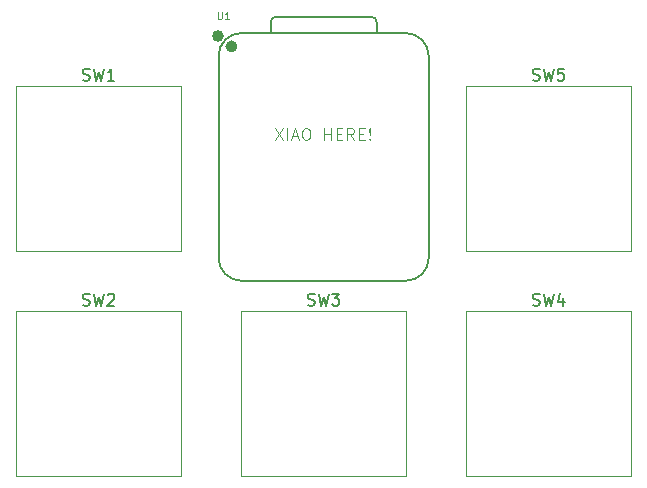
<source format=gbr>
%TF.GenerationSoftware,KiCad,Pcbnew,9.0.2-9.0.2-0~ubuntu24.04.1*%
%TF.CreationDate,2025-08-01T01:18:43+01:00*%
%TF.ProjectId,cadpadPCB,63616470-6164-4504-9342-2e6b69636164,rev?*%
%TF.SameCoordinates,Original*%
%TF.FileFunction,Legend,Top*%
%TF.FilePolarity,Positive*%
%FSLAX46Y46*%
G04 Gerber Fmt 4.6, Leading zero omitted, Abs format (unit mm)*
G04 Created by KiCad (PCBNEW 9.0.2-9.0.2-0~ubuntu24.04.1) date 2025-08-01 01:18:43*
%MOMM*%
%LPD*%
G01*
G04 APERTURE LIST*
%ADD10C,0.100000*%
%ADD11C,0.150000*%
%ADD12C,0.101600*%
%ADD13C,0.120000*%
%ADD14C,0.127000*%
%ADD15C,0.504000*%
G04 APERTURE END LIST*
D10*
X129208646Y-51372419D02*
X129875312Y-52372419D01*
X129875312Y-51372419D02*
X129208646Y-52372419D01*
X130256265Y-52372419D02*
X130256265Y-51372419D01*
X130684836Y-52086704D02*
X131161026Y-52086704D01*
X130589598Y-52372419D02*
X130922931Y-51372419D01*
X130922931Y-51372419D02*
X131256264Y-52372419D01*
X131780074Y-51372419D02*
X131970550Y-51372419D01*
X131970550Y-51372419D02*
X132065788Y-51420038D01*
X132065788Y-51420038D02*
X132161026Y-51515276D01*
X132161026Y-51515276D02*
X132208645Y-51705752D01*
X132208645Y-51705752D02*
X132208645Y-52039085D01*
X132208645Y-52039085D02*
X132161026Y-52229561D01*
X132161026Y-52229561D02*
X132065788Y-52324800D01*
X132065788Y-52324800D02*
X131970550Y-52372419D01*
X131970550Y-52372419D02*
X131780074Y-52372419D01*
X131780074Y-52372419D02*
X131684836Y-52324800D01*
X131684836Y-52324800D02*
X131589598Y-52229561D01*
X131589598Y-52229561D02*
X131541979Y-52039085D01*
X131541979Y-52039085D02*
X131541979Y-51705752D01*
X131541979Y-51705752D02*
X131589598Y-51515276D01*
X131589598Y-51515276D02*
X131684836Y-51420038D01*
X131684836Y-51420038D02*
X131780074Y-51372419D01*
X133399122Y-52372419D02*
X133399122Y-51372419D01*
X133399122Y-51848609D02*
X133970550Y-51848609D01*
X133970550Y-52372419D02*
X133970550Y-51372419D01*
X134446741Y-51848609D02*
X134780074Y-51848609D01*
X134922931Y-52372419D02*
X134446741Y-52372419D01*
X134446741Y-52372419D02*
X134446741Y-51372419D01*
X134446741Y-51372419D02*
X134922931Y-51372419D01*
X135922931Y-52372419D02*
X135589598Y-51896228D01*
X135351503Y-52372419D02*
X135351503Y-51372419D01*
X135351503Y-51372419D02*
X135732455Y-51372419D01*
X135732455Y-51372419D02*
X135827693Y-51420038D01*
X135827693Y-51420038D02*
X135875312Y-51467657D01*
X135875312Y-51467657D02*
X135922931Y-51562895D01*
X135922931Y-51562895D02*
X135922931Y-51705752D01*
X135922931Y-51705752D02*
X135875312Y-51800990D01*
X135875312Y-51800990D02*
X135827693Y-51848609D01*
X135827693Y-51848609D02*
X135732455Y-51896228D01*
X135732455Y-51896228D02*
X135351503Y-51896228D01*
X136351503Y-51848609D02*
X136684836Y-51848609D01*
X136827693Y-52372419D02*
X136351503Y-52372419D01*
X136351503Y-52372419D02*
X136351503Y-51372419D01*
X136351503Y-51372419D02*
X136827693Y-51372419D01*
X137256265Y-52277180D02*
X137303884Y-52324800D01*
X137303884Y-52324800D02*
X137256265Y-52372419D01*
X137256265Y-52372419D02*
X137208646Y-52324800D01*
X137208646Y-52324800D02*
X137256265Y-52277180D01*
X137256265Y-52277180D02*
X137256265Y-52372419D01*
X137256265Y-51991466D02*
X137208646Y-51420038D01*
X137208646Y-51420038D02*
X137256265Y-51372419D01*
X137256265Y-51372419D02*
X137303884Y-51420038D01*
X137303884Y-51420038D02*
X137256265Y-51991466D01*
X137256265Y-51991466D02*
X137256265Y-51372419D01*
D11*
X112966667Y-47301950D02*
X113109524Y-47349569D01*
X113109524Y-47349569D02*
X113347619Y-47349569D01*
X113347619Y-47349569D02*
X113442857Y-47301950D01*
X113442857Y-47301950D02*
X113490476Y-47254330D01*
X113490476Y-47254330D02*
X113538095Y-47159092D01*
X113538095Y-47159092D02*
X113538095Y-47063854D01*
X113538095Y-47063854D02*
X113490476Y-46968616D01*
X113490476Y-46968616D02*
X113442857Y-46920997D01*
X113442857Y-46920997D02*
X113347619Y-46873378D01*
X113347619Y-46873378D02*
X113157143Y-46825759D01*
X113157143Y-46825759D02*
X113061905Y-46778140D01*
X113061905Y-46778140D02*
X113014286Y-46730521D01*
X113014286Y-46730521D02*
X112966667Y-46635283D01*
X112966667Y-46635283D02*
X112966667Y-46540045D01*
X112966667Y-46540045D02*
X113014286Y-46444807D01*
X113014286Y-46444807D02*
X113061905Y-46397188D01*
X113061905Y-46397188D02*
X113157143Y-46349569D01*
X113157143Y-46349569D02*
X113395238Y-46349569D01*
X113395238Y-46349569D02*
X113538095Y-46397188D01*
X113871429Y-46349569D02*
X114109524Y-47349569D01*
X114109524Y-47349569D02*
X114300000Y-46635283D01*
X114300000Y-46635283D02*
X114490476Y-47349569D01*
X114490476Y-47349569D02*
X114728572Y-46349569D01*
X115633333Y-47349569D02*
X115061905Y-47349569D01*
X115347619Y-47349569D02*
X115347619Y-46349569D01*
X115347619Y-46349569D02*
X115252381Y-46492426D01*
X115252381Y-46492426D02*
X115157143Y-46587664D01*
X115157143Y-46587664D02*
X115061905Y-46635283D01*
X151066667Y-47301950D02*
X151209524Y-47349569D01*
X151209524Y-47349569D02*
X151447619Y-47349569D01*
X151447619Y-47349569D02*
X151542857Y-47301950D01*
X151542857Y-47301950D02*
X151590476Y-47254330D01*
X151590476Y-47254330D02*
X151638095Y-47159092D01*
X151638095Y-47159092D02*
X151638095Y-47063854D01*
X151638095Y-47063854D02*
X151590476Y-46968616D01*
X151590476Y-46968616D02*
X151542857Y-46920997D01*
X151542857Y-46920997D02*
X151447619Y-46873378D01*
X151447619Y-46873378D02*
X151257143Y-46825759D01*
X151257143Y-46825759D02*
X151161905Y-46778140D01*
X151161905Y-46778140D02*
X151114286Y-46730521D01*
X151114286Y-46730521D02*
X151066667Y-46635283D01*
X151066667Y-46635283D02*
X151066667Y-46540045D01*
X151066667Y-46540045D02*
X151114286Y-46444807D01*
X151114286Y-46444807D02*
X151161905Y-46397188D01*
X151161905Y-46397188D02*
X151257143Y-46349569D01*
X151257143Y-46349569D02*
X151495238Y-46349569D01*
X151495238Y-46349569D02*
X151638095Y-46397188D01*
X151971429Y-46349569D02*
X152209524Y-47349569D01*
X152209524Y-47349569D02*
X152400000Y-46635283D01*
X152400000Y-46635283D02*
X152590476Y-47349569D01*
X152590476Y-47349569D02*
X152828572Y-46349569D01*
X153685714Y-46349569D02*
X153209524Y-46349569D01*
X153209524Y-46349569D02*
X153161905Y-46825759D01*
X153161905Y-46825759D02*
X153209524Y-46778140D01*
X153209524Y-46778140D02*
X153304762Y-46730521D01*
X153304762Y-46730521D02*
X153542857Y-46730521D01*
X153542857Y-46730521D02*
X153638095Y-46778140D01*
X153638095Y-46778140D02*
X153685714Y-46825759D01*
X153685714Y-46825759D02*
X153733333Y-46920997D01*
X153733333Y-46920997D02*
X153733333Y-47159092D01*
X153733333Y-47159092D02*
X153685714Y-47254330D01*
X153685714Y-47254330D02*
X153638095Y-47301950D01*
X153638095Y-47301950D02*
X153542857Y-47349569D01*
X153542857Y-47349569D02*
X153304762Y-47349569D01*
X153304762Y-47349569D02*
X153209524Y-47301950D01*
X153209524Y-47301950D02*
X153161905Y-47254330D01*
X112966667Y-66351950D02*
X113109524Y-66399569D01*
X113109524Y-66399569D02*
X113347619Y-66399569D01*
X113347619Y-66399569D02*
X113442857Y-66351950D01*
X113442857Y-66351950D02*
X113490476Y-66304330D01*
X113490476Y-66304330D02*
X113538095Y-66209092D01*
X113538095Y-66209092D02*
X113538095Y-66113854D01*
X113538095Y-66113854D02*
X113490476Y-66018616D01*
X113490476Y-66018616D02*
X113442857Y-65970997D01*
X113442857Y-65970997D02*
X113347619Y-65923378D01*
X113347619Y-65923378D02*
X113157143Y-65875759D01*
X113157143Y-65875759D02*
X113061905Y-65828140D01*
X113061905Y-65828140D02*
X113014286Y-65780521D01*
X113014286Y-65780521D02*
X112966667Y-65685283D01*
X112966667Y-65685283D02*
X112966667Y-65590045D01*
X112966667Y-65590045D02*
X113014286Y-65494807D01*
X113014286Y-65494807D02*
X113061905Y-65447188D01*
X113061905Y-65447188D02*
X113157143Y-65399569D01*
X113157143Y-65399569D02*
X113395238Y-65399569D01*
X113395238Y-65399569D02*
X113538095Y-65447188D01*
X113871429Y-65399569D02*
X114109524Y-66399569D01*
X114109524Y-66399569D02*
X114300000Y-65685283D01*
X114300000Y-65685283D02*
X114490476Y-66399569D01*
X114490476Y-66399569D02*
X114728572Y-65399569D01*
X115061905Y-65494807D02*
X115109524Y-65447188D01*
X115109524Y-65447188D02*
X115204762Y-65399569D01*
X115204762Y-65399569D02*
X115442857Y-65399569D01*
X115442857Y-65399569D02*
X115538095Y-65447188D01*
X115538095Y-65447188D02*
X115585714Y-65494807D01*
X115585714Y-65494807D02*
X115633333Y-65590045D01*
X115633333Y-65590045D02*
X115633333Y-65685283D01*
X115633333Y-65685283D02*
X115585714Y-65828140D01*
X115585714Y-65828140D02*
X115014286Y-66399569D01*
X115014286Y-66399569D02*
X115633333Y-66399569D01*
D12*
X124366190Y-41533479D02*
X124366190Y-42047526D01*
X124366190Y-42047526D02*
X124396428Y-42108002D01*
X124396428Y-42108002D02*
X124426666Y-42138241D01*
X124426666Y-42138241D02*
X124487142Y-42168479D01*
X124487142Y-42168479D02*
X124608095Y-42168479D01*
X124608095Y-42168479D02*
X124668571Y-42138241D01*
X124668571Y-42138241D02*
X124698809Y-42108002D01*
X124698809Y-42108002D02*
X124729047Y-42047526D01*
X124729047Y-42047526D02*
X124729047Y-41533479D01*
X125364047Y-42168479D02*
X125001190Y-42168479D01*
X125182618Y-42168479D02*
X125182618Y-41533479D01*
X125182618Y-41533479D02*
X125122142Y-41624193D01*
X125122142Y-41624193D02*
X125061666Y-41684669D01*
X125061666Y-41684669D02*
X125001190Y-41714907D01*
D11*
X132016667Y-66351950D02*
X132159524Y-66399569D01*
X132159524Y-66399569D02*
X132397619Y-66399569D01*
X132397619Y-66399569D02*
X132492857Y-66351950D01*
X132492857Y-66351950D02*
X132540476Y-66304330D01*
X132540476Y-66304330D02*
X132588095Y-66209092D01*
X132588095Y-66209092D02*
X132588095Y-66113854D01*
X132588095Y-66113854D02*
X132540476Y-66018616D01*
X132540476Y-66018616D02*
X132492857Y-65970997D01*
X132492857Y-65970997D02*
X132397619Y-65923378D01*
X132397619Y-65923378D02*
X132207143Y-65875759D01*
X132207143Y-65875759D02*
X132111905Y-65828140D01*
X132111905Y-65828140D02*
X132064286Y-65780521D01*
X132064286Y-65780521D02*
X132016667Y-65685283D01*
X132016667Y-65685283D02*
X132016667Y-65590045D01*
X132016667Y-65590045D02*
X132064286Y-65494807D01*
X132064286Y-65494807D02*
X132111905Y-65447188D01*
X132111905Y-65447188D02*
X132207143Y-65399569D01*
X132207143Y-65399569D02*
X132445238Y-65399569D01*
X132445238Y-65399569D02*
X132588095Y-65447188D01*
X132921429Y-65399569D02*
X133159524Y-66399569D01*
X133159524Y-66399569D02*
X133350000Y-65685283D01*
X133350000Y-65685283D02*
X133540476Y-66399569D01*
X133540476Y-66399569D02*
X133778572Y-65399569D01*
X134064286Y-65399569D02*
X134683333Y-65399569D01*
X134683333Y-65399569D02*
X134350000Y-65780521D01*
X134350000Y-65780521D02*
X134492857Y-65780521D01*
X134492857Y-65780521D02*
X134588095Y-65828140D01*
X134588095Y-65828140D02*
X134635714Y-65875759D01*
X134635714Y-65875759D02*
X134683333Y-65970997D01*
X134683333Y-65970997D02*
X134683333Y-66209092D01*
X134683333Y-66209092D02*
X134635714Y-66304330D01*
X134635714Y-66304330D02*
X134588095Y-66351950D01*
X134588095Y-66351950D02*
X134492857Y-66399569D01*
X134492857Y-66399569D02*
X134207143Y-66399569D01*
X134207143Y-66399569D02*
X134111905Y-66351950D01*
X134111905Y-66351950D02*
X134064286Y-66304330D01*
X151066667Y-66351950D02*
X151209524Y-66399569D01*
X151209524Y-66399569D02*
X151447619Y-66399569D01*
X151447619Y-66399569D02*
X151542857Y-66351950D01*
X151542857Y-66351950D02*
X151590476Y-66304330D01*
X151590476Y-66304330D02*
X151638095Y-66209092D01*
X151638095Y-66209092D02*
X151638095Y-66113854D01*
X151638095Y-66113854D02*
X151590476Y-66018616D01*
X151590476Y-66018616D02*
X151542857Y-65970997D01*
X151542857Y-65970997D02*
X151447619Y-65923378D01*
X151447619Y-65923378D02*
X151257143Y-65875759D01*
X151257143Y-65875759D02*
X151161905Y-65828140D01*
X151161905Y-65828140D02*
X151114286Y-65780521D01*
X151114286Y-65780521D02*
X151066667Y-65685283D01*
X151066667Y-65685283D02*
X151066667Y-65590045D01*
X151066667Y-65590045D02*
X151114286Y-65494807D01*
X151114286Y-65494807D02*
X151161905Y-65447188D01*
X151161905Y-65447188D02*
X151257143Y-65399569D01*
X151257143Y-65399569D02*
X151495238Y-65399569D01*
X151495238Y-65399569D02*
X151638095Y-65447188D01*
X151971429Y-65399569D02*
X152209524Y-66399569D01*
X152209524Y-66399569D02*
X152400000Y-65685283D01*
X152400000Y-65685283D02*
X152590476Y-66399569D01*
X152590476Y-66399569D02*
X152828572Y-65399569D01*
X153638095Y-65732902D02*
X153638095Y-66399569D01*
X153400000Y-65351950D02*
X153161905Y-66066235D01*
X153161905Y-66066235D02*
X153780952Y-66066235D01*
D13*
%TO.C,SW1*%
X107315000Y-47783750D02*
X121285000Y-47783750D01*
X107315000Y-61753750D02*
X107315000Y-47783750D01*
X121285000Y-47783750D02*
X121285000Y-61753750D01*
X121285000Y-61753750D02*
X107315000Y-61753750D01*
%TO.C,SW5*%
X145415000Y-47783750D02*
X159385000Y-47783750D01*
X145415000Y-61753750D02*
X145415000Y-47783750D01*
X159385000Y-47783750D02*
X159385000Y-61753750D01*
X159385000Y-61753750D02*
X145415000Y-61753750D01*
%TO.C,SW2*%
X107315000Y-66833750D02*
X121285000Y-66833750D01*
X107315000Y-80803750D02*
X107315000Y-66833750D01*
X121285000Y-66833750D02*
X121285000Y-80803750D01*
X121285000Y-80803750D02*
X107315000Y-80803750D01*
D14*
%TO.C,U1*%
X124460000Y-62389000D02*
X124460000Y-45244000D01*
X126365000Y-64294000D02*
X140335000Y-64294000D01*
X128855000Y-43339000D02*
X128858728Y-42428728D01*
X129358728Y-41929000D02*
X137354000Y-41929000D01*
X137854000Y-42429000D02*
X137854000Y-43339000D01*
D10*
X140335000Y-43339000D02*
X126365000Y-43339000D01*
D14*
X140335000Y-43339000D02*
X126365000Y-43339000D01*
X142240000Y-62389000D02*
X142240000Y-45244000D01*
X124460000Y-45244000D02*
G75*
G02*
X126365000Y-43339000I1905001J-1D01*
G01*
X126365000Y-64294000D02*
G75*
G02*
X124460000Y-62389000I1J1905001D01*
G01*
X128858728Y-42428728D02*
G75*
G02*
X129358728Y-41929001I500018J-291D01*
G01*
X137354000Y-41929000D02*
G75*
G02*
X137854000Y-42429000I0J-500000D01*
G01*
X140335000Y-43339000D02*
G75*
G02*
X142240000Y-45244000I0J-1905000D01*
G01*
X142240000Y-62389000D02*
G75*
G02*
X140335000Y-64294000I-1905000J0D01*
G01*
D15*
X124652000Y-43580000D02*
G75*
G02*
X124148000Y-43580000I-252000J0D01*
G01*
X124148000Y-43580000D02*
G75*
G02*
X124652000Y-43580000I252000J0D01*
G01*
X125795000Y-44460000D02*
G75*
G02*
X125291000Y-44460000I-252000J0D01*
G01*
X125291000Y-44460000D02*
G75*
G02*
X125795000Y-44460000I252000J0D01*
G01*
D13*
%TO.C,SW3*%
X126365000Y-66833750D02*
X140335000Y-66833750D01*
X126365000Y-80803750D02*
X126365000Y-66833750D01*
X140335000Y-66833750D02*
X140335000Y-80803750D01*
X140335000Y-80803750D02*
X126365000Y-80803750D01*
%TO.C,SW4*%
X145415000Y-66833750D02*
X159385000Y-66833750D01*
X145415000Y-80803750D02*
X145415000Y-66833750D01*
X159385000Y-66833750D02*
X159385000Y-80803750D01*
X159385000Y-80803750D02*
X145415000Y-80803750D01*
%TD*%
M02*

</source>
